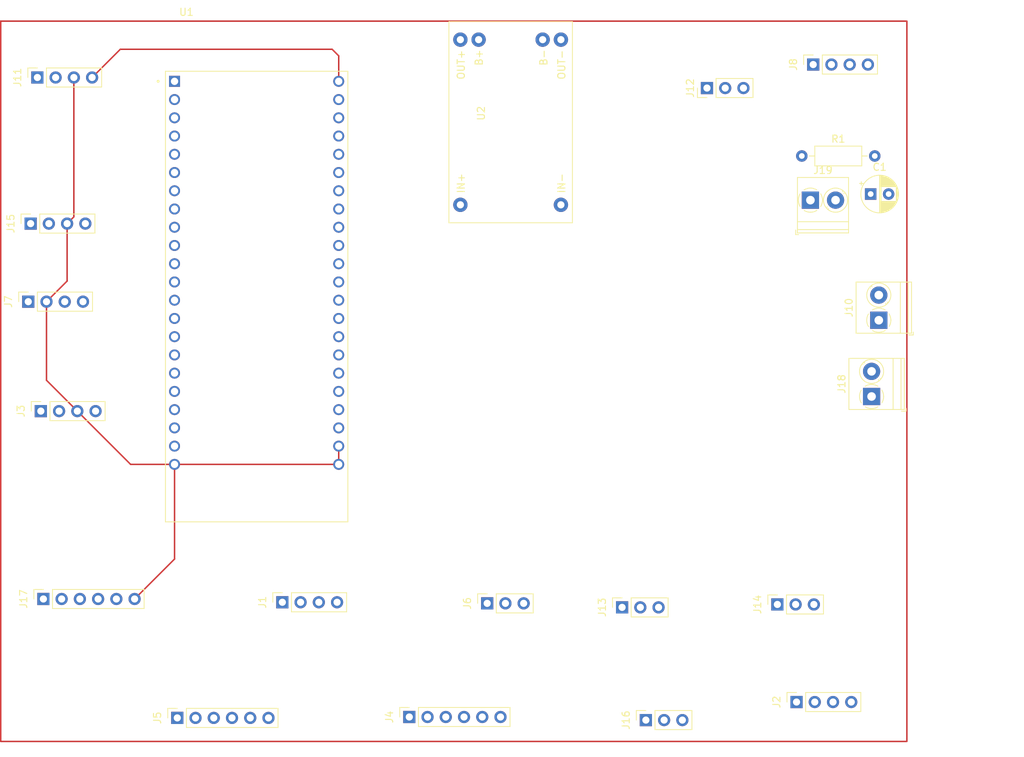
<source format=kicad_pcb>
(kicad_pcb (version 20240108) (generator "pcbnew") (generator_version "8.0")
  (layers (0 "F.Cu" signal) (31 "B.Cu" signal) (34 "B.Paste" user) (35 "F.Paste" user) (36 "B.SilkS" user "B.Silkscreen") (37 "F.SilkS" user "F.Silkscreen") (38 "B.Mask" user) (39 "F.Mask" user) (44 "Edge.Cuts" user))
  (net 0 "")
  (net 27 "+5V")
  (net 28 "GND1")
  (net 29 "SIGNAL2")
  (net 37 "Net-(C1-Pad1)")
  (net 38 "SIGNAL 2")
  (net 39 "Net-(J19-Pad1)")
  (net 40 "SIGNAL 1")
  (net 41 "SDL")
  (net 42 "SCA")
  (net 43 "SIGNAL 10")
  (net 44 "SIGNAL 9")
  (net 45 "SIGNAL 4")
  (net 46 "SIGNAL 3")
  (net 47 "SCL")
  (net 48 "SDA")
  (net 49 "Net-(U2-OUT+)")
  (net 50 "SIGNAL 12")
  (net 51 "SIGNAL 11")
  (net 52 "SIGNAL 6")
  (net 53 "SIGNAL 5")
  (net 54 "SIGNAL 8")
  (net 55 "SIGNAL 7")
  (net 56 "Net-(U2-B+)")
  (net 57 "SIGNAL1")
  (net 58 "+3.3V")
  (footprint "Connector_PinSocket_2.54mm:PinSocket_1x04_P2.54mm_Vertical" (layer "F.Cu") (at 139.2682 118.8974 90)
    (property "Reference" "J2" (at 0 -2.77 90) (layer "F.SilkS"))
    (property "Value" "Voltage booster")
    (fp_line (start 1.33 -1.33) (end 1.33 0) (stroke (width 0.12)) (layer "F.SilkS"))
    (fp_line (start 0 -1.33) (end 1.33 -1.33) (stroke (width 0.12)) (layer "F.SilkS"))
    (fp_line (start 1.33 1.27) (end 1.33 8.95) (stroke (width 0.12)) (layer "F.SilkS"))
    (fp_line (start -1.33 1.27) (end 1.33 1.27) (stroke (width 0.12)) (layer "F.SilkS"))
    (fp_line (start -1.33 1.27) (end -1.33 8.95) (stroke (width 0.12)) (layer "F.SilkS"))
    (fp_line (start -1.33 8.95) (end 1.33 8.95) (stroke (width 0.12)) (layer "F.SilkS"))
    (pad "1" thru_hole rect (at 0 0 90) (size 1.7 1.7) (drill 1) (layers "*.Cu" "*.Mask") (net 28 "GND1"))
    (pad "2" thru_hole oval (at 0 2.54 90) (size 1.7 1.7) (drill 1) (layers "*.Cu" "*.Mask") (net 39 "Net-(J19-Pad1)"))
    (pad "3" thru_hole oval (at 0 5.08 90) (size 1.7 1.7) (drill 1) (layers "*.Cu" "*.Mask") (net 28 "GND1"))
    (pad "4" thru_hole oval (at 0 7.62 90) (size 1.7 1.7) (drill 1) (layers "*.Cu" "*.Mask") (net 27 "+5V"))
  )
  (footprint "Capacitor_THT:CP_Radial_D5.0mm_P2.50mm" (layer "F.Cu") (at 149.590975 48.1578)
    (property "Reference" "C1" (at 1.25 -3.75 0) (layer "F.SilkS"))
    (property "Value" "Capacitor_PO")
    (fp_line (start -1.554775 -1.475) (end -1.054775 -1.475) (stroke (width 0.12)) (layer "F.SilkS"))
    (fp_line (start -1.304775 -1.725) (end -1.304775 -1.225) (stroke (width 0.12)) (layer "F.SilkS"))
    (fp_line (start 1.25 -2.58) (end 1.25 2.58) (stroke (width 0.12)) (layer "F.SilkS"))
    (fp_line (start 1.29 -2.58) (end 1.29 2.58) (stroke (width 0.12)) (layer "F.SilkS"))
    (fp_line (start 1.33 -2.579) (end 1.33 2.579) (stroke (width 0.12)) (layer "F.SilkS"))
    (fp_line (start 1.37 -2.578) (end 1.37 2.578) (stroke (width 0.12)) (layer "F.SilkS"))
    (fp_line (start 1.41 -2.576) (end 1.41 2.576) (stroke (width 0.12)) (layer "F.SilkS"))
    (fp_line (start 1.45 -2.573) (end 1.45 2.573) (stroke (width 0.12)) (layer "F.SilkS"))
    (fp_line (start 1.49 -2.569) (end 1.49 -1.04) (stroke (width 0.12)) (layer "F.SilkS"))
    (fp_line (start 1.49 1.04) (end 1.49 2.569) (stroke (width 0.12)) (layer "F.SilkS"))
    (fp_line (start 1.53 -2.565) (end 1.53 -1.04) (stroke (width 0.12)) (layer "F.SilkS"))
    (fp_line (start 1.53 1.04) (end 1.53 2.565) (stroke (width 0.12)) (layer "F.SilkS"))
    (fp_line (start 1.57 -2.561) (end 1.57 -1.04) (stroke (width 0.12)) (layer "F.SilkS"))
    (fp_line (start 1.57 1.04) (end 1.57 2.561) (stroke (width 0.12)) (layer "F.SilkS"))
    (fp_line (start 1.61 -2.556) (end 1.61 -1.04) (stroke (width 0.12)) (layer "F.SilkS"))
    (fp_line (start 1.61 1.04) (end 1.61 2.556) (stroke (width 0.12)) (layer "F.SilkS"))
    (fp_line (start 1.65 -2.55) (end 1.65 -1.04) (stroke (width 0.12)) (layer "F.SilkS"))
    (fp_line (start 1.65 1.04) (end 1.65 2.55) (stroke (width 0.12)) (layer "F.SilkS"))
    (fp_line (start 1.69 -2.543) (end 1.69 -1.04) (stroke (width 0.12)) (layer "F.SilkS"))
    (fp_line (start 1.69 1.04) (end 1.69 2.543) (stroke (width 0.12)) (layer "F.SilkS"))
    (fp_line (start 1.73 -2.536) (end 1.73 -1.04) (stroke (width 0.12)) (layer "F.SilkS"))
    (fp_line (start 1.73 1.04) (end 1.73 2.536) (stroke (width 0.12)) (layer "F.SilkS"))
    (fp_line (start 1.77 -2.528) (end 1.77 -1.04) (stroke (width 0.12)) (layer "F.SilkS"))
    (fp_line (start 1.77 1.04) (end 1.77 2.528) (stroke (width 0.12)) (layer "F.SilkS"))
    (fp_line (start 1.81 -2.52) (end 1.81 -1.04) (stroke (width 0.12)) (layer "F.SilkS"))
    (fp_line (start 1.81 1.04) (end 1.81 2.52) (stroke (width 0.12)) (layer "F.SilkS"))
    (fp_line (start 1.85 -2.511) (end 1.85 -1.04) (stroke (width 0.12)) (layer "F.SilkS"))
    (fp_line (start 1.85 1.04) (end 1.85 2.511) (stroke (width 0.12)) (layer "F.SilkS"))
    (fp_line (start 1.89 -2.501) (end 1.89 -1.04) (stroke (width 0.12)) (layer "F.SilkS"))
    (fp_line (start 1.89 1.04) (end 1.89 2.501) (stroke (width 0.12)) (layer "F.SilkS"))
    (fp_line (start 1.93 -2.491) (end 1.93 -1.04) (stroke (width 0.12)) (layer "F.SilkS"))
    (fp_line (start 1.93 1.04) (end 1.93 2.491) (stroke (width 0.12)) (layer "F.SilkS"))
    (fp_line (start 1.971 -2.48) (end 1.971 -1.04) (stroke (width 0.12)) (layer "F.SilkS"))
    (fp_line (start 1.971 1.04) (end 1.971 2.48) (stroke (width 0.12)) (layer "F.SilkS"))
    (fp_line (start 2.011 -2.468) (end 2.011 -1.04) (stroke (width 0.12)) (layer "F.SilkS"))
    (fp_line (start 2.011 1.04) (end 2.011 2.468) (stroke (width 0.12)) (layer "F.SilkS"))
    (fp_line (start 2.051 -2.455) (end 2.051 -1.04) (stroke (width 0.12)) (layer "F.SilkS"))
    (fp_line (start 2.051 1.04) (end 2.051 2.455) (stroke (width 0.12)) (layer "F.SilkS"))
    (fp_line (start 2.091 -2.442) (end 2.091 -1.04) (stroke (width 0.12)) (layer "F.SilkS"))
    (fp_line (start 2.091 1.04) (end 2.091 2.442) (stroke (width 0.12)) (layer "F.SilkS"))
    (fp_line (start 2.131 -2.428) (end 2.131 -1.04) (stroke (width 0.12)) (layer "F.SilkS"))
    (fp_line (start 2.131 1.04) (end 2.131 2.428) (stroke (width 0.12)) (layer "F.SilkS"))
    (fp_line (start 2.171 -2.414) (end 2.171 -1.04) (stroke (width 0.12)) (layer "F.SilkS"))
    (fp_line (start 2.171 1.04) (end 2.171 2.414) (stroke (width 0.12)) (layer "F.SilkS"))
    (fp_line (start 2.211 -2.398) (end 2.211 -1.04) (stroke (width 0.12)) (layer "F.SilkS"))
    (fp_line (start 2.211 1.04) (end 2.211 2.398) (stroke (width 0.12)) (layer "F.SilkS"))
    (fp_line (start 2.251 -2.382) (end 2.251 -1.04) (stroke (width 0.12)) (layer "F.SilkS"))
    (fp_line (start 2.251 1.04) (end 2.251 2.382) (stroke (width 0.12)) (layer "F.SilkS"))
    (fp_line (start 2.291 -2.365) (end 2.291 -1.04) (stroke (width 0.12)) (layer "F.SilkS"))
    (fp_line (start 2.291 1.04) (end 2.291 2.365) (stroke (width 0.12)) (layer "F.SilkS"))
    (fp_line (start 2.331 -2.348) (end 2.331 -1.04) (stroke (width 0.12)) (layer "F.SilkS"))
    (fp_line (start 2.331 1.04) (end 2.331 2.348) (stroke (width 0.12)) (layer "F.SilkS"))
    (fp_line (start 2.371 -2.329) (end 2.371 -1.04) (stroke (width 0.12)) (layer "F.SilkS"))
    (fp_line (start 2.371 1.04) (end 2.371 2.329) (stroke (width 0.12)) (layer "F.SilkS"))
    (fp_line (start 2.411 -2.31) (end 2.411 -1.04) (stroke (width 0.12)) (layer "F.SilkS"))
    (fp_line (start 2.411 1.04) (end 2.411 2.31) (stroke (width 0.12)) (layer "F.SilkS"))
    (fp_line (start 2.451 -2.29) (end 2.451 -1.04) (stroke (width 0.12)) (layer "F.SilkS"))
    (fp_line (start 2.451 1.04) (end 2.451 2.29) (stroke (width 0.12)) (layer "F.SilkS"))
    (fp_line (start 2.491 -2.268) (end 2.491 -1.04) (stroke (width 0.12)) (layer "F.SilkS"))
    (fp_line (start 2.491 1.04) (end 2.491 2.268) (stroke (width 0.12)) (layer "F.SilkS"))
    (fp_line (start 2.531 -2.247) (end 2.531 -1.04) (stroke (width 0.12)) (layer "F.SilkS"))
    (fp_line (start 2.531 1.04) (end 2.531 2.247) (stroke (width 0.12)) (layer "F.SilkS"))
    (fp_line (start 2.571 -2.224) (end 2.571 -1.04) (stroke (width 0.12)) (layer "F.SilkS"))
    (fp_line (start 2.571 1.04) (end 2.571 2.224) (stroke (width 0.12)) (layer "F.SilkS"))
    (fp_line (start 2.611 -2.2) (end 2.611 -1.04) (stroke (width 0.12)) (layer "F.SilkS"))
    (fp_line (start 2.611 1.04) (end 2.611 2.2) (stroke (width 0.12)) (layer "F.SilkS"))
    (fp_line (start 2.651 -2.175) (end 2.651 -1.04) (stroke (width 0.12)) (layer "F.SilkS"))
    (fp_line (start 2.651 1.04) (end 2.651 2.175) (stroke (width 0.12)) (layer "F.SilkS"))
    (fp_line (start 2.691 -2.149) (end 2.691 -1.04) (stroke (width 0.12)) (layer "F.SilkS"))
    (fp_line (start 2.691 1.04) (end 2.691 2.149) (stroke (width 0.12)) (layer "F.SilkS"))
    (fp_line (start 2.731 -2.122) (end 2.731 -1.04) (stroke (width 0.12)) (layer "F.SilkS"))
    (fp_line (start 2.731 1.04) (end 2.731 2.122) (stroke (width 0.12)) (layer "F.SilkS"))
    (fp_line (start 2.771 -2.095) (end 2.771 -1.04) (stroke (width 0.12)) (layer "F.SilkS"))
    (fp_line (start 2.771 1.04) (end 2.771 2.095) (stroke (width 0.12)) (layer "F.SilkS"))
    (fp_line (start 2.811 -2.065) (end 2.811 -1.04) (stroke (width 0.12)) (layer "F.SilkS"))
    (fp_line (start 2.811 1.04) (end 2.811 2.065) (stroke (width 0.12)) (layer "F.SilkS"))
    (fp_line (start 2.851 -2.035) (end 2.851 -1.04) (stroke (width 0.12)) (layer "F.SilkS"))
    (fp_line (start 2.851 1.04) (end 2.851 2.035) (stroke (width 0.12)) (layer "F.SilkS"))
    (fp_line (start 2.891 -2.004) (end 2.891 -1.04) (stroke (width 0.12)) (layer "F.SilkS"))
    (fp_line (start 2.891 1.04) (end 2.891 2.004) (stroke (width 0.12)) (layer "F.SilkS"))
    (fp_line (start 2.931 -1.971) (end 2.931 -1.04) (stroke (width 0.12)) (layer "F.SilkS"))
    (fp_line (start 2.931 1.04) (end 2.931 1.971) (stroke (width 0.12)) (layer "F.SilkS"))
    (fp_line (start 2.971 -1.937) (end 2.971 -1.04) (stroke (width 0.12)) (layer "F.SilkS"))
    (fp_line (start 2.971 1.04) (end 2.971 1.937) (stroke (width 0.12)) (layer "F.SilkS"))
    (fp_line (start 3.011 -1.901) (end 3.011 -1.04) (stroke (width 0.12)) (layer "F.SilkS"))
    (fp_line (start 3.011 1.04) (end 3.011 1.901) (stroke (width 0.12)) (layer "F.SilkS"))
    (fp_line (start 3.051 -1.864) (end 3.051 -1.04) (stroke (width 0.12)) (layer "F.SilkS"))
    (fp_line (start 3.051 1.04) (end 3.051 1.864) (stroke (width 0.12)) (layer "F.SilkS"))
    (fp_line (start 3.091 -1.826) (end 3.091 -1.04) (stroke (width 0.12)) (layer "F.SilkS"))
    (fp_line (start 3.091 1.04) (end 3.091 1.826) (stroke (width 0.12)) (layer "F.SilkS"))
    (fp_line (start 3.131 -1.785) (end 3.131 -1.04) (stroke (width 0.12)) (layer "F.SilkS"))
    (fp_line (start 3.131 1.04) (end 3.131 1.785) (stroke (width 0.12)) (layer "F.SilkS"))
    (fp_line (start 3.171 -1.743) (end 3.171 -1.04) (stroke (width 0.12)) (layer "F.SilkS"))
    (fp_line (start 3.171 1.04) (end 3.171 1.743) (stroke (width 0.12)) (layer "F.SilkS"))
    (fp_line (start 3.211 -1.699) (end 3.211 -1.04) (stroke (width 0.12)) (layer "F.SilkS"))
    (fp_line (start 3.211 1.04) (end 3.211 1.699) (stroke (width 0.12)) (layer "F.SilkS"))
    (fp_line (start 3.251 -1.653) (end 3.251 -1.04) (stroke (width 0.12)) (layer "F.SilkS"))
    (fp_line (start 3.251 1.04) (end 3.251 1.653) (stroke (width 0.12)) (layer "F.SilkS"))
    (fp_line (start 3.291 -1.605) (end 3.291 -1.04) (stroke (width 0.12)) (layer "F.SilkS"))
    (fp_line (start 3.291 1.04) (end 3.291 1.605) (stroke (width 0.12)) (layer "F.SilkS"))
    (fp_line (start 3.331 -1.554) (end 3.331 -1.04) (stroke (width 0.12)) (layer "F.SilkS"))
    (fp_line (start 3.331 1.04) (end 3.331 1.554) (stroke (width 0.12)) (layer "F.SilkS"))
    (fp_line (start 3.371 -1.5) (end 3.371 -1.04) (stroke (width 0.12)) (layer "F.SilkS"))
    (fp_line (start 3.371 1.04) (end 3.371 1.5) (stroke (width 0.12)) (layer "F.SilkS"))
    (fp_line (start 3.411 -1.443) (end 3.411 -1.04) (stroke (width 0.12)) (layer "F.SilkS"))
    (fp_line (start 3.411 1.04) (end 3.411 1.443) (stroke (width 0.12)) (layer "F.SilkS"))
    (fp_line (start 3.451 -1.383) (end 3.451 -1.04) (stroke (width 0.12)) (layer "F.SilkS"))
    (fp_line (start 3.451 1.04) (end 3.451 1.383) (stroke (width 0.12)) (layer "F.SilkS"))
    (fp_line (start 3.491 -1.319) (end 3.491 -1.04) (stroke (width 0.12)) (layer "F.SilkS"))
    (fp_line (start 3.491 1.04) (end 3.491 1.319) (stroke (width 0.12)) (layer "F.SilkS"))
    (fp_line (start 3.531 -1.251) (end 3.531 -1.04) (stroke (width 0.12)) (layer "F.SilkS"))
    (fp_line (start 3.531 1.04) (end 3.531 1.251) (stroke (width 0.12)) (layer "F.SilkS"))
    (fp_line (start 3.571 -1.178) (end 3.571 1.178) (stroke (width 0.12)) (layer "F.SilkS"))
    (fp_line (start 3.611 -1.098) (end 3.611 1.098) (stroke (width 0.12)) (layer "F.SilkS"))
    (fp_line (start 3.651 -1.011) (end 3.651 1.011) (stroke (width 0.12)) (layer "F.SilkS"))
    (fp_line (start 3.691 -0.915) (end 3.691 0.915) (stroke (width 0.12)) (layer "F.SilkS"))
    (fp_line (start 3.731 -0.805) (end 3.731 0.805) (stroke (width 0.12)) (layer "F.SilkS"))
    (fp_line (start 3.771 -0.677) (end 3.771 0.677) (stroke (width 0.12)) (layer "F.SilkS"))
    (fp_line (start 3.811 -0.518) (end 3.811 0.518) (stroke (width 0.12)) (layer "F.SilkS"))
    (fp_line (start 3.851 -0.284) (end 3.851 0.284) (stroke (width 0.12)) (layer "F.SilkS"))
    (fp_circle (center 1.25 0) (end 3.87 0) (stroke (width 0.12)) (fill none) (layer "F.SilkS"))
    (pad "1" thru_hole rect (at 0 0) (size 1.6 1.6) (drill 0.8) (layers "*.Cu" "*.Mask") (net 37 "Net-(C1-Pad1)"))
    (pad "2" thru_hole circle (at 2.5 0) (size 1.6 1.6) (drill 0.8) (layers "*.Cu" "*.Mask") (net 28 "GND1"))
  )
  (footprint "tp4016:TP4056-Module" (layer "F.Cu") (at 108.056 52.157 90)
    (property "Reference" "U2" (at 15.24 -12.7 90) (layer "F.SilkS"))
    (property "Value" "TP4056")
    (fp_line (start 28 -17.2) (end 28 0) (stroke (width 0.12)) (layer "F.SilkS"))
    (fp_line (start 0 -17.2) (end 28 -17.2) (stroke (width 0.12)) (layer "F.SilkS"))
    (fp_line (start 0 -17.2) (end 0 0) (stroke (width 0.12)) (layer "F.SilkS"))
    (fp_line (start 0 0) (end 28 0) (stroke (width 0.12)) (layer "F.SilkS"))
    (fp_text user "OUT+" (at 22 -15.5 90) (layer "F.SilkS"))
    (fp_text user "OUT-" (at 22 -1.5 90) (layer "F.SilkS"))
    (fp_text user "B+" (at 23 -13 90) (layer "F.SilkS"))
    (fp_text user "B-" (at 23 -4 90) (layer "F.SilkS"))
    (fp_text user "IN+" (at 5.5 -15.5 90) (layer "F.SilkS"))
    (fp_text user "IN-" (at 5.5 -1.5 90) (layer "F.SilkS"))
    (pad "1" thru_hole circle (at 2.5 -15.6 90) (size 2 2) (drill 1) (layers "*.Cu" "*.Mask") (net 28 "GND1"))
    (pad "2" thru_hole circle (at 2.5 -1.6 90) (size 2 2) (drill 1) (layers "*.Cu" "*.Mask") (net 56 "Net-(U2-B+)"))
    (pad "3" thru_hole circle (at 25.5 -15.6 90) (size 2 2) (drill 1) (layers "*.Cu" "*.Mask"))
    (pad "4" thru_hole circle (at 25.5 -1.6 90) (size 2 2) (drill 1) (layers "*.Cu" "*.Mask"))
    (pad "5" thru_hole circle (at 25.5 -13.06 90) (size 2 2) (drill 1) (layers "*.Cu" "*.Mask") (net 28 "GND1"))
    (pad "6" thru_hole circle (at 25.5 -4.14 90) (size 2 2) (drill 1) (layers "*.Cu" "*.Mask") (net 49 "Net-(U2-OUT+)"))
  )
  (footprint "TerminalBlock_Phoenix:TerminalBlock_Phoenix_PT-1,5-2-3.5-H_1x02_P3.50mm_Horizontal" (layer "F.Cu") (at 149.7188 76.3498 90)
    (property "Reference" "J18" (at 1.75 -4.16 90) (layer "F.SilkS"))
    (property "Value" "BATTERY")
    (fp_line (start 5.31 -3.16) (end 5.31 4.56) (stroke (width 0.12)) (layer "F.SilkS"))
    (fp_line (start -1.81 -3.16) (end 5.31 -3.16) (stroke (width 0.12)) (layer "F.SilkS"))
    (fp_line (start -1.81 -3.16) (end -1.81 4.56) (stroke (width 0.12)) (layer "F.SilkS"))
    (fp_line (start 4.57 -1.275) (end 4.476 -1.181) (stroke (width 0.12)) (layer "F.SilkS"))
    (fp_line (start 4.775 -1.069) (end 4.646 -0.941) (stroke (width 0.12)) (layer "F.SilkS"))
    (fp_line (start 2.355 0.941) (end 2.226 1.069) (stroke (width 0.12)) (layer "F.SilkS"))
    (fp_line (start 2.525 1.181) (end 2.431 1.274) (stroke (width 0.12)) (layer "F.SilkS"))
    (fp_line (start -1.81 3) (end 5.31 3) (stroke (width 0.12)) (layer "F.SilkS"))
    (fp_line (start -1.81 4.1) (end 5.31 4.1) (stroke (width 0.12)) (layer "F.SilkS"))
    (fp_line (start -2.05 4.16) (end -2.05 4.8) (stroke (width 0.12)) (layer "F.SilkS"))
    (fp_line (start -1.81 4.56) (end 5.31 4.56) (stroke (width 0.12)) (layer "F.SilkS"))
    (fp_line (start -2.05 4.8) (end -1.65 4.8) (stroke (width 0.12)) (layer "F.SilkS"))
    (fp_arc (start -0.889894 -1.425358) (mid -0.014012 -1.680286) (end 0.866 -1.44) (stroke (width 0.12)) (layer "F.SilkS"))
    (fp_arc (start 1.425504 -0.890193) (mid 1.680626 0.000476) (end 1.425 0.891) (stroke (width 0.12)) (layer "F.SilkS"))
    (fp_arc (start -1.425358 0.889894) (mid -1.680286 0.014012) (end -1.44 -0.866) (stroke (width 0.12)) (layer "F.SilkS"))
    (fp_arc (start 0.890264 1.424721) (mid 0.463071 1.61492) (end 0 1.68) (stroke (width 0.12)) (layer "F.SilkS"))
    (fp_arc (start 0.028674 1.680099) (mid -0.435535 1.622918) (end -0.866 1.44) (stroke (width 0.12)) (layer "F.SilkS"))
    (fp_circle (center 3.5 0) (end 5.18 0) (stroke (width 0.12)) (fill none) (layer "F.SilkS"))
    (pad "1" thru_hole rect (at 0 0 90) (size 2.4 2.4) (drill 1.2) (layers "*.Cu" "*.Mask") (net 56 "Net-(U2-B+)"))
    (pad "2" thru_hole circle (at 3.5 0 90) (size 2.4 2.4) (drill 1.2) (layers "*.Cu" "*.Mask") (net 28 "GND1"))
  )
  (footprint "Resistor_THT:R_Axial_DIN0207_L6.3mm_D2.5mm_P10.16mm_Horizontal" (layer "F.Cu") (at 140.0012 42.8578)
    (property "Reference" "R1" (at 5.08 -2.37 0) (layer "F.SilkS"))
    (property "Value" "Resistor")
    (fp_line (start 1.04 0) (end 1.81 0) (stroke (width 0.12)) (layer "F.SilkS"))
    (fp_line (start 1.81 -1.37) (end 1.81 1.37) (stroke (width 0.12)) (layer "F.SilkS"))
    (fp_line (start 1.81 1.37) (end 8.35 1.37) (stroke (width 0.12)) (layer "F.SilkS"))
    (fp_line (start 8.35 -1.37) (end 1.81 -1.37) (stroke (width 0.12)) (layer "F.SilkS"))
    (fp_line (start 8.35 1.37) (end 8.35 -1.37) (stroke (width 0.12)) (layer "F.SilkS"))
    (fp_line (start 9.12 0) (end 8.35 0) (stroke (width 0.12)) (layer "F.SilkS"))
    (pad "1" thru_hole circle (at 0 0) (size 1.6 1.6) (drill 0.8) (layers "*.Cu" "*.Mask") (net 37 "Net-(C1-Pad1)"))
    (pad "2" thru_hole oval (at 10.16 0) (size 1.6 1.6) (drill 0.8) (layers "*.Cu" "*.Mask") (net 27 "+5V"))
  )
  (footprint "Connector_PinSocket_2.54mm:PinSocket_1x06_P2.54mm_Vertical" (layer "F.Cu") (at 34.3916 104.5464 90)
    (property "Reference" "J17" (at 0 -2.77 90) (layer "F.SilkS"))
    (property "Value" "RTC Module")
    (fp_line (start 1.33 -1.33) (end 1.33 0) (stroke (width 0.12)) (layer "F.SilkS"))
    (fp_line (start 0 -1.33) (end 1.33 -1.33) (stroke (width 0.12)) (layer "F.SilkS"))
    (fp_line (start 1.33 1.27) (end 1.33 14.03) (stroke (width 0.12)) (layer "F.SilkS"))
    (fp_line (start -1.33 1.27) (end 1.33 1.27) (stroke (width 0.12)) (layer "F.SilkS"))
    (fp_line (start -1.33 1.27) (end -1.33 14.03) (stroke (width 0.12)) (layer "F.SilkS"))
    (fp_line (start -1.33 14.03) (end 1.33 14.03) (stroke (width 0.12)) (layer "F.SilkS"))
    (pad "1" thru_hole rect (at 0 0 90) (size 1.7 1.7) (drill 1) (layers "*.Cu" "*.Mask"))
    (pad "2" thru_hole oval (at 0 2.54 90) (size 1.7 1.7) (drill 1) (layers "*.Cu" "*.Mask"))
    (pad "3" thru_hole oval (at 0 5.08 90) (size 1.7 1.7) (drill 1) (layers "*.Cu" "*.Mask") (net 47 "SCL"))
    (pad "4" thru_hole oval (at 0 7.62 90) (size 1.7 1.7) (drill 1) (layers "*.Cu" "*.Mask") (net 48 "SDA"))
    (pad "5" thru_hole oval (at 0 10.16 90) (size 1.7 1.7) (drill 1) (layers "*.Cu" "*.Mask") (net 27 "+5V"))
    (pad "6" thru_hole oval (at 0 12.7 90) (size 1.7 1.7) (drill 1) (layers "*.Cu" "*.Mask") (net 28 "GND1"))
  )
  (footprint "Connector_PinSocket_2.54mm:PinSocket_1x04_P2.54mm_Vertical" (layer "F.Cu") (at 141.5896 30.1248 90)
    (property "Reference" "J8" (at 0 -2.77 90) (layer "F.SilkS"))
    (property "Value" "Oled  Display")
    (fp_line (start 1.33 -1.33) (end 1.33 0) (stroke (width 0.12)) (layer "F.SilkS"))
    (fp_line (start 0 -1.33) (end 1.33 -1.33) (stroke (width 0.12)) (layer "F.SilkS"))
    (fp_line (start 1.33 1.27) (end 1.33 8.95) (stroke (width 0.12)) (layer "F.SilkS"))
    (fp_line (start -1.33 1.27) (end 1.33 1.27) (stroke (width 0.12)) (layer "F.SilkS"))
    (fp_line (start -1.33 1.27) (end -1.33 8.95) (stroke (width 0.12)) (layer "F.SilkS"))
    (fp_line (start -1.33 8.95) (end 1.33 8.95) (stroke (width 0.12)) (layer "F.SilkS"))
    (pad "1" thru_hole rect (at 0 0 90) (size 1.7 1.7) (drill 1) (layers "*.Cu" "*.Mask") (net 47 "SCL"))
    (pad "2" thru_hole oval (at 0 2.54 90) (size 1.7 1.7) (drill 1) (layers "*.Cu" "*.Mask") (net 48 "SDA"))
    (pad "3" thru_hole oval (at 0 5.08 90) (size 1.7 1.7) (drill 1) (layers "*.Cu" "*.Mask") (net 28 "GND1"))
    (pad "4" thru_hole oval (at 0 7.62 90) (size 1.7 1.7) (drill 1) (layers "*.Cu" "*.Mask") (net 58 "+3.3V"))
  )
  (footprint "Connector_PinSocket_2.54mm:PinSocket_1x06_P2.54mm_Vertical" (layer "F.Cu") (at 53.0356 121.1068 90)
    (property "Reference" "J5" (at 0 -2.77 90) (layer "F.SilkS"))
    (property "Value" "Dust sensor")
    (fp_line (start 1.33 -1.33) (end 1.33 0) (stroke (width 0.12)) (layer "F.SilkS"))
    (fp_line (start 0 -1.33) (end 1.33 -1.33) (stroke (width 0.12)) (layer "F.SilkS"))
    (fp_line (start 1.33 1.27) (end 1.33 14.03) (stroke (width 0.12)) (layer "F.SilkS"))
    (fp_line (start -1.33 1.27) (end 1.33 1.27) (stroke (width 0.12)) (layer "F.SilkS"))
    (fp_line (start -1.33 1.27) (end -1.33 14.03) (stroke (width 0.12)) (layer "F.SilkS"))
    (fp_line (start -1.33 14.03) (end 1.33 14.03) (stroke (width 0.12)) (layer "F.SilkS"))
    (pad "1" thru_hole rect (at 0 0 90) (size 1.7 1.7) (drill 1) (layers "*.Cu" "*.Mask") (net 37 "Net-(C1-Pad1)"))
    (pad "2" thru_hole oval (at 0 2.54 90) (size 1.7 1.7) (drill 1) (layers "*.Cu" "*.Mask") (net 28 "GND1"))
    (pad "3" thru_hole oval (at 0 5.08 90) (size 1.7 1.7) (drill 1) (layers "*.Cu" "*.Mask") (net 44 "SIGNAL 9"))
    (pad "4" thru_hole oval (at 0 7.62 90) (size 1.7 1.7) (drill 1) (layers "*.Cu" "*.Mask") (net 28 "GND1"))
    (pad "5" thru_hole oval (at 0 10.16 90) (size 1.7 1.7) (drill 1) (layers "*.Cu" "*.Mask") (net 43 "SIGNAL 10"))
    (pad "6" thru_hole oval (at 0 12.7 90) (size 1.7 1.7) (drill 1) (layers "*.Cu" "*.Mask") (net 37 "Net-(C1-Pad1)"))
  )
  (footprint "Connector_PinSocket_2.54mm:PinSocket_1x04_P2.54mm_Vertical" (layer "F.Cu") (at 32.6136 52.2732 90)
    (property "Reference" "J15" (at 0 -2.77 90) (layer "F.SilkS"))
    (property "Value" "Rain sensor")
    (fp_line (start 1.33 -1.33) (end 1.33 0) (stroke (width 0.12)) (layer "F.SilkS"))
    (fp_line (start 0 -1.33) (end 1.33 -1.33) (stroke (width 0.12)) (layer "F.SilkS"))
    (fp_line (start 1.33 1.27) (end 1.33 8.95) (stroke (width 0.12)) (layer "F.SilkS"))
    (fp_line (start -1.33 1.27) (end 1.33 1.27) (stroke (width 0.12)) (layer "F.SilkS"))
    (fp_line (start -1.33 1.27) (end -1.33 8.95) (stroke (width 0.12)) (layer "F.SilkS"))
    (fp_line (start -1.33 8.95) (end 1.33 8.95) (stroke (width 0.12)) (layer "F.SilkS"))
    (pad "1" thru_hole rect (at 0 0 90) (size 1.7 1.7) (drill 1) (layers "*.Cu" "*.Mask"))
    (pad "2" thru_hole oval (at 0 2.54 90) (size 1.7 1.7) (drill 1) (layers "*.Cu" "*.Mask") (net 55 "SIGNAL 7"))
    (pad "3" thru_hole oval (at 0 5.08 90) (size 1.7 1.7) (drill 1) (layers "*.Cu" "*.Mask") (net 28 "GND1"))
    (pad "4" thru_hole oval (at 0 7.62 90) (size 1.7 1.7) (drill 1) (layers "*.Cu" "*.Mask") (net 27 "+5V"))
  )
  (footprint "Connector_PinSocket_2.54mm:PinSocket_1x03_P2.54mm_Vertical" (layer "F.Cu") (at 136.6016 105.308 90)
    (property "Reference" "J14" (at 0 -2.77 90) (layer "F.SilkS"))
    (property "Value" "SOIL")
    (fp_line (start 1.33 -1.33) (end 1.33 0) (stroke (width 0.12)) (layer "F.SilkS"))
    (fp_line (start 0 -1.33) (end 1.33 -1.33) (stroke (width 0.12)) (layer "F.SilkS"))
    (fp_line (start 1.33 1.27) (end 1.33 6.41) (stroke (width 0.12)) (layer "F.SilkS"))
    (fp_line (start -1.33 1.27) (end 1.33 1.27) (stroke (width 0.12)) (layer "F.SilkS"))
    (fp_line (start -1.33 1.27) (end -1.33 6.41) (stroke (width 0.12)) (layer "F.SilkS"))
    (fp_line (start -1.33 6.41) (end 1.33 6.41) (stroke (width 0.12)) (layer "F.SilkS"))
    (pad "1" thru_hole rect (at 0 0 90) (size 1.7 1.7) (drill 1) (layers "*.Cu" "*.Mask") (net 54 "SIGNAL 8"))
    (pad "2" thru_hole oval (at 0 2.54 90) (size 1.7 1.7) (drill 1) (layers "*.Cu" "*.Mask") (net 28 "GND1"))
    (pad "3" thru_hole oval (at 0 5.08 90) (size 1.7 1.7) (drill 1) (layers "*.Cu" "*.Mask") (net 27 "+5V"))
  )
  (footprint "Connector_PinSocket_2.54mm:PinSocket_1x04_P2.54mm_Vertical" (layer "F.Cu") (at 32.2834 63.1444 90)
    (property "Reference" "J7" (at 0 -2.77 90) (layer "F.SilkS"))
    (property "Value" "Hall effect")
    (fp_line (start 1.33 -1.33) (end 1.33 0) (stroke (width 0.12)) (layer "F.SilkS"))
    (fp_line (start 0 -1.33) (end 1.33 -1.33) (stroke (width 0.12)) (layer "F.SilkS"))
    (fp_line (start 1.33 1.27) (end 1.33 8.95) (stroke (width 0.12)) (layer "F.SilkS"))
    (fp_line (start -1.33 1.27) (end 1.33 1.27) (stroke (width 0.12)) (layer "F.SilkS"))
    (fp_line (start -1.33 1.27) (end -1.33 8.95) (stroke (width 0.12)) (layer "F.SilkS"))
    (fp_line (start -1.33 8.95) (end 1.33 8.95) (stroke (width 0.12)) (layer "F.SilkS"))
    (pad "1" thru_hole rect (at 0 0 90) (size 1.7 1.7) (drill 1) (layers "*.Cu" "*.Mask") (net 46 "SIGNAL 3"))
    (pad "2" thru_hole oval (at 0 2.54 90) (size 1.7 1.7) (drill 1) (layers "*.Cu" "*.Mask") (net 28 "GND1"))
    (pad "3" thru_hole oval (at 0 5.08 90) (size 1.7 1.7) (drill 1) (layers "*.Cu" "*.Mask") (net 27 "+5V"))
    (pad "4" thru_hole oval (at 0 7.62 90) (size 1.7 1.7) (drill 1) (layers "*.Cu" "*.Mask"))
  )
  (footprint "Connector_PinSocket_2.54mm:PinSocket_1x03_P2.54mm_Vertical" (layer "F.Cu") (at 96.1902 105.1556 90)
    (property "Reference" "J6" (at 0 -2.77 90) (layer "F.SilkS"))
    (property "Value" "iR Flame Sensor")
    (fp_line (start 1.33 -1.33) (end 1.33 0) (stroke (width 0.12)) (layer "F.SilkS"))
    (fp_line (start 0 -1.33) (end 1.33 -1.33) (stroke (width 0.12)) (layer "F.SilkS"))
    (fp_line (start 1.33 1.27) (end 1.33 6.41) (stroke (width 0.12)) (layer "F.SilkS"))
    (fp_line (start -1.33 1.27) (end 1.33 1.27) (stroke (width 0.12)) (layer "F.SilkS"))
    (fp_line (start -1.33 1.27) (end -1.33 6.41) (stroke (width 0.12)) (layer "F.SilkS"))
    (fp_line (start -1.33 6.41) (end 1.33 6.41) (stroke (width 0.12)) (layer "F.SilkS"))
    (pad "1" thru_hole rect (at 0 0 90) (size 1.7 1.7) (drill 1) (layers "*.Cu" "*.Mask") (net 45 "SIGNAL 4"))
    (pad "2" thru_hole oval (at 0 2.54 90) (size 1.7 1.7) (drill 1) (layers "*.Cu" "*.Mask") (net 28 "GND1"))
    (pad "3" thru_hole oval (at 0 5.08 90) (size 1.7 1.7) (drill 1) (layers "*.Cu" "*.Mask") (net 27 "+5V"))
  )
  (footprint "Connector_PinSocket_2.54mm:PinSocket_1x04_P2.54mm_Vertical" (layer "F.Cu") (at 33.5534 31.9278 90)
    (property "Reference" "J11" (at 0 -2.77 90) (layer "F.SilkS"))
    (property "Value" "VOLT AND CURRENT SENSOR")
    (fp_line (start 1.33 -1.33) (end 1.33 0) (stroke (width 0.12)) (layer "F.SilkS"))
    (fp_line (start 0 -1.33) (end 1.33 -1.33) (stroke (width 0.12)) (layer "F.SilkS"))
    (fp_line (start 1.33 1.27) (end 1.33 8.95) (stroke (width 0.12)) (layer "F.SilkS"))
    (fp_line (start -1.33 1.27) (end 1.33 1.27) (stroke (width 0.12)) (layer "F.SilkS"))
    (fp_line (start -1.33 1.27) (end -1.33 8.95) (stroke (width 0.12)) (layer "F.SilkS"))
    (fp_line (start -1.33 8.95) (end 1.33 8.95) (stroke (width 0.12)) (layer "F.SilkS"))
    (pad "1" thru_hole rect (at 0 0 90) (size 1.7 1.7) (drill 1) (layers "*.Cu" "*.Mask") (net 50 "SIGNAL 12"))
    (pad "2" thru_hole oval (at 0 2.54 90) (size 1.7 1.7) (drill 1) (layers "*.Cu" "*.Mask") (net 51 "SIGNAL 11"))
    (pad "3" thru_hole oval (at 0 5.08 90) (size 1.7 1.7) (drill 1) (layers "*.Cu" "*.Mask") (net 28 "GND1"))
    (pad "4" thru_hole oval (at 0 7.62 90) (size 1.7 1.7) (drill 1) (layers "*.Cu" "*.Mask") (net 28 "GND1"))
  )
  (footprint "Connector_PinSocket_2.54mm:PinSocket_1x06_P2.54mm_Vertical" (layer "F.Cu") (at 85.3444 120.9798 90)
    (property "Reference" "J4" (at 0 -2.77 90) (layer "F.SilkS"))
    (property "Value" "BME280")
    (fp_line (start 1.33 -1.33) (end 1.33 0) (stroke (width 0.12)) (layer "F.SilkS"))
    (fp_line (start 0 -1.33) (end 1.33 -1.33) (stroke (width 0.12)) (layer "F.SilkS"))
    (fp_line (start 1.33 1.27) (end 1.33 14.03) (stroke (width 0.12)) (layer "F.SilkS"))
    (fp_line (start -1.33 1.27) (end 1.33 1.27) (stroke (width 0.12)) (layer "F.SilkS"))
    (fp_line (start -1.33 1.27) (end -1.33 14.03) (stroke (width 0.12)) (layer "F.SilkS"))
    (fp_line (start -1.33 14.03) (end 1.33 14.03) (stroke (width 0.12)) (layer "F.SilkS"))
    (pad "1" thru_hole rect (at 0 0 90) (size 1.7 1.7) (drill 1) (layers "*.Cu" "*.Mask"))
    (pad "2" thru_hole oval (at 0 2.54 90) (size 1.7 1.7) (drill 1) (layers "*.Cu" "*.Mask"))
    (pad "3" thru_hole oval (at 0 5.08 90) (size 1.7 1.7) (drill 1) (layers "*.Cu" "*.Mask") (net 41 "SDL"))
    (pad "4" thru_hole oval (at 0 7.62 90) (size 1.7 1.7) (drill 1) (layers "*.Cu" "*.Mask") (net 42 "SCA"))
    (pad "5" thru_hole oval (at 0 10.16 90) (size 1.7 1.7) (drill 1) (layers "*.Cu" "*.Mask") (net 28 "GND1"))
    (pad "6" thru_hole oval (at 0 12.7 90) (size 1.7 1.7) (drill 1) (layers "*.Cu" "*.Mask") (net 27 "+5V"))
  )
  (footprint "TerminalBlock_Phoenix:TerminalBlock_Phoenix_PT-1,5-2-3.5-H_1x02_P3.50mm_Horizontal" (layer "F.Cu") (at 150.7236 65.73 90)
    (property "Reference" "J10" (at 1.75 -4.16 90) (layer "F.SilkS"))
    (property "Value" "BATTERY")
    (fp_line (start 5.31 -3.16) (end 5.31 4.56) (stroke (width 0.12)) (layer "F.SilkS"))
    (fp_line (start -1.81 -3.16) (end 5.31 -3.16) (stroke (width 0.12)) (layer "F.SilkS"))
    (fp_line (start -1.81 -3.16) (end -1.81 4.56) (stroke (width 0.12)) (layer "F.SilkS"))
    (fp_line (start 4.57 -1.275) (end 4.476 -1.181) (stroke (width 0.12)) (layer "F.SilkS"))
    (fp_line (start 4.775 -1.069) (end 4.646 -0.941) (stroke (width 0.12)) (layer "F.SilkS"))
    (fp_line (start 2.355 0.941) (end 2.226 1.069) (stroke (width 0.12)) (layer "F.SilkS"))
    (fp_line (start 2.525 1.181) (end 2.431 1.274) (stroke (width 0.12)) (layer "F.SilkS"))
    (fp_line (start -1.81 3) (end 5.31 3) (stroke (width 0.12)) (layer "F.SilkS"))
    (fp_line (start -1.81 4.1) (end 5.31 4.1) (stroke (width 0.12)) (layer "F.SilkS"))
    (fp_line (start -2.05 4.16) (end -2.05 4.8) (stroke (width 0.12)) (layer "F.SilkS"))
    (fp_line (start -1.81 4.56) (end 5.31 4.56) (stroke (width 0.12)) (layer "F.SilkS"))
    (fp_line (start -2.05 4.8) (end -1.65 4.8) (stroke (width 0.12)) (layer "F.SilkS"))
    (fp_arc (start -0.889894 -1.425358) (mid -0.014012 -1.680286) (end 0.866 -1.44) (stroke (width 0.12)) (layer "F.SilkS"))
    (fp_arc (start 1.425504 -0.890193) (mid 1.680626 0.000476) (end 1.425 0.891) (stroke (width 0.12)) (layer "F.SilkS"))
    (fp_arc (start -1.425358 0.889894) (mid -1.680286 0.014012) (end -1.44 -0.866) (stroke (width 0.12)) (layer "F.SilkS"))
    (fp_arc (start 0.890264 1.424721) (mid 0.463071 1.61492) (end 0 1.68) (stroke (width 0.12)) (layer "F.SilkS"))
    (fp_arc (start 0.028674 1.680099) (mid -0.435535 1.622918) (end -0.866 1.44) (stroke (width 0.12)) (layer "F.SilkS"))
    (fp_circle (center 3.5 0) (end 5.18 0) (stroke (width 0.12)) (fill none) (layer "F.SilkS"))
    (pad "1" thru_hole rect (at 0 0 90) (size 2.4 2.4) (drill 1.2) (layers "*.Cu" "*.Mask") (net 49 "Net-(U2-OUT+)"))
    (pad "2" thru_hole circle (at 3.5 0 90) (size 2.4 2.4) (drill 1.2) (layers "*.Cu" "*.Mask") (net 28 "GND1"))
  )
  (footprint "TerminalBlock_Phoenix:TerminalBlock_Phoenix_PT-1,5-2-3.5-H_1x02_P3.50mm_Horizontal" (layer "F.Cu") (at 141.2012 49.0078)
    (property "Reference" "J19" (at 1.75 -4.16 0) (layer "F.SilkS"))
    (property "Value" "INPUT")
    (fp_line (start -2.05 4.16) (end -2.05 4.8) (stroke (width 0.12)) (layer "F.SilkS"))
    (fp_line (start -2.05 4.8) (end -1.65 4.8) (stroke (width 0.12)) (layer "F.SilkS"))
    (fp_line (start -1.81 -3.16) (end -1.81 4.56) (stroke (width 0.12)) (layer "F.SilkS"))
    (fp_line (start -1.81 -3.16) (end 5.31 -3.16) (stroke (width 0.12)) (layer "F.SilkS"))
    (fp_line (start -1.81 3) (end 5.31 3) (stroke (width 0.12)) (layer "F.SilkS"))
    (fp_line (start -1.81 4.1) (end 5.31 4.1) (stroke (width 0.12)) (layer "F.SilkS"))
    (fp_line (start -1.81 4.56) (end 5.31 4.56) (stroke (width 0.12)) (layer "F.SilkS"))
    (fp_line (start 2.355 0.941) (end 2.226 1.069) (stroke (width 0.12)) (layer "F.SilkS"))
    (fp_line (start 2.525 1.181) (end 2.431 1.274) (stroke (width 0.12)) (layer "F.SilkS"))
    (fp_line (start 4.57 -1.275) (end 4.476 -1.181) (stroke (width 0.12)) (layer "F.SilkS"))
    (fp_line (start 4.775 -1.069) (end 4.646 -0.941) (stroke (width 0.12)) (layer "F.SilkS"))
    (fp_line (start 5.31 -3.16) (end 5.31 4.56) (stroke (width 0.12)) (layer "F.SilkS"))
    (fp_arc (start -1.425358 0.889894) (mid -1.680286 0.014012) (end -1.44 -0.866) (stroke (width 0.12)) (layer "F.SilkS"))
    (fp_arc (start -0.889894 -1.425358) (mid -0.014012 -1.680286) (end 0.866 -1.44) (stroke (width 0.12)) (layer "F.SilkS"))
    (fp_arc (start 0.028674 1.680099) (mid -0.435535 1.622918) (end -0.866 1.44) (stroke (width 0.12)) (layer "F.SilkS"))
    (fp_arc (start 0.890264 1.424721) (mid 0.463071 1.61492) (end 0 1.68) (stroke (width 0.12)) (layer "F.SilkS"))
    (fp_arc (start 1.425504 -0.890193) (mid 1.680626 0.000476) (end 1.425 0.891) (stroke (width 0.12)) (layer "F.SilkS"))
    (fp_circle (center 3.5 0) (end 5.18 0) (stroke (width 0.12)) (fill none) (layer "F.SilkS"))
    (pad "1" thru_hole rect (at 0 0) (size 2.4 2.4) (drill 1.2) (layers "*.Cu" "*.Mask") (net 39 "Net-(J19-Pad1)"))
    (pad "2" thru_hole circle (at 3.5 0) (size 2.4 2.4) (drill 1.2) (layers "*.Cu" "*.Mask") (net 28 "GND1"))
  )
  (footprint "Connector_PinSocket_2.54mm:PinSocket_1x03_P2.54mm_Vertical" (layer "F.Cu") (at 114.9758 105.7148 90)
    (property "Reference" "J13" (at 0 -2.77 90) (layer "F.SilkS"))
    (property "Value" "DHT 11")
    (fp_line (start 1.33 -1.33) (end 1.33 0) (stroke (width 0.12)) (layer "F.SilkS"))
    (fp_line (start 0 -1.33) (end 1.33 -1.33) (stroke (width 0.12)) (layer "F.SilkS"))
    (fp_line (start 1.33 1.27) (end 1.33 6.41) (stroke (width 0.12)) (layer "F.SilkS"))
    (fp_line (start -1.33 1.27) (end 1.33 1.27) (stroke (width 0.12)) (layer "F.SilkS"))
    (fp_line (start -1.33 1.27) (end -1.33 6.41) (stroke (width 0.12)) (layer "F.SilkS"))
    (fp_line (start -1.33 6.41) (end 1.33 6.41) (stroke (width 0.12)) (layer "F.SilkS"))
    (pad "1" thru_hole rect (at 0 0 90) (size 1.7 1.7) (drill 1) (layers "*.Cu" "*.Mask") (net 53 "SIGNAL 5"))
    (pad "2" thru_hole oval (at 0 2.54 90) (size 1.7 1.7) (drill 1) (layers "*.Cu" "*.Mask") (net 28 "GND1"))
    (pad "3" thru_hole oval (at 0 5.08 90) (size 1.7 1.7) (drill 1) (layers "*.Cu" "*.Mask") (net 27 "+5V"))
  )
  (footprint "Connector_PinHeader_2.54mm:PinHeader_1x03_P2.54mm_Vertical" (layer "F.Cu") (at 126.7968 33.3984 90)
    (property "Reference" "J12" (at 0 -2.33 90) (layer "F.SilkS"))
    (property "Value" "WATER FLOW SENSOR")
    (fp_line (start -1.33 -1.33) (end 0 -1.33) (stroke (width 0.12)) (layer "F.SilkS"))
    (fp_line (start -1.33 0) (end -1.33 -1.33) (stroke (width 0.12)) (layer "F.SilkS"))
    (fp_line (start 1.33 1.27) (end 1.33 6.41) (stroke (width 0.12)) (layer "F.SilkS"))
    (fp_line (start -1.33 1.27) (end 1.33 1.27) (stroke (width 0.12)) (layer "F.SilkS"))
    (fp_line (start -1.33 1.27) (end -1.33 6.41) (stroke (width 0.12)) (layer "F.SilkS"))
    (fp_line (start -1.33 6.41) (end 1.33 6.41) (stroke (width 0.12)) (layer "F.SilkS"))
    (pad "1" thru_hole rect (at 0 0 90) (size 1.7 1.7) (drill 1) (layers "*.Cu" "*.Mask") (net 28 "GND1"))
    (pad "2" thru_hole oval (at 0 2.54 90) (size 1.7 1.7) (drill 1) (layers "*.Cu" "*.Mask") (net 52 "SIGNAL 6"))
    (pad "3" thru_hole oval (at 0 5.08 90) (size 1.7 1.7) (drill 1) (layers "*.Cu" "*.Mask") (net 27 "+5V"))
  )
  (footprint "Connector_PinSocket_2.54mm:PinSocket_1x03_P2.54mm_Vertical" (layer "F.Cu") (at 118.2882 121.4116 90)
    (property "Reference" "J16" (at 0 -2.77 90) (layer "F.SilkS"))
    (property "Value" "Relay Module")
    (fp_line (start 1.33 -1.33) (end 1.33 0) (stroke (width 0.12)) (layer "F.SilkS"))
    (fp_line (start 0 -1.33) (end 1.33 -1.33) (stroke (width 0.12)) (layer "F.SilkS"))
    (fp_line (start 1.33 1.27) (end 1.33 6.41) (stroke (width 0.12)) (layer "F.SilkS"))
    (fp_line (start -1.33 1.27) (end 1.33 1.27) (stroke (width 0.12)) (layer "F.SilkS"))
    (fp_line (start -1.33 1.27) (end -1.33 6.41) (stroke (width 0.12)) (layer "F.SilkS"))
    (fp_line (start -1.33 6.41) (end 1.33 6.41) (stroke (width 0.12)) (layer "F.SilkS"))
    (pad "1" thru_hole rect (at 0 0 90) (size 1.7 1.7) (drill 1) (layers "*.Cu" "*.Mask") (net 27 "+5V"))
    (pad "2" thru_hole oval (at 0 2.54 90) (size 1.7 1.7) (drill 1) (layers "*.Cu" "*.Mask") (net 50 "SIGNAL 12"))
    (pad "3" thru_hole oval (at 0 5.08 90) (size 1.7 1.7) (drill 1) (layers "*.Cu" "*.Mask") (net 28 "GND1"))
  )
  (footprint "Connector_PinSocket_2.54mm:PinSocket_1x04_P2.54mm_Vertical" (layer "F.Cu") (at 34.036 78.3844 90)
    (property "Reference" "J3" (at 0 -2.77 90) (layer "F.SilkS"))
    (property "Value" "Sound sensor")
    (fp_line (start 1.33 -1.33) (end 1.33 0) (stroke (width 0.12)) (layer "F.SilkS"))
    (fp_line (start 0 -1.33) (end 1.33 -1.33) (stroke (width 0.12)) (layer "F.SilkS"))
    (fp_line (start 1.33 1.27) (end 1.33 8.95) (stroke (width 0.12)) (layer "F.SilkS"))
    (fp_line (start -1.33 1.27) (end 1.33 1.27) (stroke (width 0.12)) (layer "F.SilkS"))
    (fp_line (start -1.33 1.27) (end -1.33 8.95) (stroke (width 0.12)) (layer "F.SilkS"))
    (fp_line (start -1.33 8.95) (end 1.33 8.95) (stroke (width 0.12)) (layer "F.SilkS"))
    (pad "1" thru_hole rect (at 0 0 90) (size 1.7 1.7) (drill 1) (layers "*.Cu" "*.Mask"))
    (pad "2" thru_hole oval (at 0 2.54 90) (size 1.7 1.7) (drill 1) (layers "*.Cu" "*.Mask") (net 27 "+5V"))
    (pad "3" thru_hole oval (at 0 5.08 90) (size 1.7 1.7) (drill 1) (layers "*.Cu" "*.Mask") (net 28 "GND1"))
    (pad "4" thru_hole oval (at 0 7.62 90) (size 1.7 1.7) (drill 1) (layers "*.Cu" "*.Mask") (net 40 "SIGNAL 1"))
  )
  (footprint "Connector_PinSocket_2.54mm:PinSocket_1x04_P2.54mm_Vertical" (layer "F.Cu") (at 67.666 105.0032 90)
    (property "Reference" "J1" (at 0 -2.77 90) (layer "F.SilkS"))
    (property "Value" "MQ2 gas sensor")
    (fp_line (start 1.33 -1.33) (end 1.33 0) (stroke (width 0.12)) (layer "F.SilkS"))
    (fp_line (start 0 -1.33) (end 1.33 -1.33) (stroke (width 0.12)) (layer "F.SilkS"))
    (fp_line (start 1.33 1.27) (end 1.33 8.95) (stroke (width 0.12)) (layer "F.SilkS"))
    (fp_line (start -1.33 1.27) (end 1.33 1.27) (stroke (width 0.12)) (layer "F.SilkS"))
    (fp_line (start -1.33 1.27) (end -1.33 8.95) (stroke (width 0.12)) (layer "F.SilkS"))
    (fp_line (start -1.33 8.95) (end 1.33 8.95) (stroke (width 0.12)) (layer "F.SilkS"))
    (pad "1" thru_hole rect (at 0 0 90) (size 1.7 1.7) (drill 1) (layers "*.Cu" "*.Mask"))
    (pad "2" thru_hole oval (at 0 2.54 90) (size 1.7 1.7) (drill 1) (layers "*.Cu" "*.Mask") (net 38 "SIGNAL 2"))
    (pad "3" thru_hole oval (at 0 5.08 90) (size 1.7 1.7) (drill 1) (layers "*.Cu" "*.Mask") (net 28 "GND1"))
    (pad "4" thru_hole oval (at 0 7.62 90) (size 1.7 1.7) (drill 1) (layers "*.Cu" "*.Mask") (net 27 "+5V"))
  )
  (footprint "esp s3:XCVR_ESP32-S3-DEVKITC-1-N8R2" (layer "F.Cu") (at 64.0842 62.4312)
    (property "Reference" "U1" (at -9.775 -39.605 0) (layer "F.SilkS"))
    (property "Value" "ESP32-S3-DEVKITC-1-N8R2")
    (fp_line (start -12.7 -31.37) (end 12.7 -31.37) (stroke (width 0.127)) (layer "F.SilkS"))
    (fp_line (start -12.7 31.37) (end -12.7 -31.37) (stroke (width 0.127)) (layer "F.SilkS"))
    (fp_line (start 12.7 -31.37) (end 12.7 31.37) (stroke (width 0.127)) (layer "F.SilkS"))
    (fp_line (start 12.7 31.37) (end -12.7 31.37) (stroke (width 0.127)) (layer "F.SilkS"))
    (fp_circle (center -13.716 -29.972) (end -13.616 -29.972) (stroke (width 0.2)) (fill none) (layer "F.SilkS"))
    (pad "J1_1" thru_hole rect (at -11.43 -29.97) (size 1.53 1.53) (drill 1.02) (layers "*.Cu" "*.Mask") (net 58 "+3.3V"))
    (pad "J1_2" thru_hole circle (at -11.43 -27.43) (size 1.53 1.53) (drill 1.02) (layers "*.Cu" "*.Mask") (net 58 "+3.3V"))
    (pad "J1_3" thru_hole circle (at -11.43 -24.89) (size 1.53 1.53) (drill 1.02) (layers "*.Cu" "*.Mask"))
    (pad "J1_4" thru_hole circle (at -11.43 -22.35) (size 1.53 1.53) (drill 1.02) (layers "*.Cu" "*.Mask") (net 53 "SIGNAL 5"))
    (pad "J1_5" thru_hole circle (at -11.43 -19.81) (size 1.53 1.53) (drill 1.02) (layers "*.Cu" "*.Mask") (net 52 "SIGNAL 6"))
    (pad "J1_6" thru_hole circle (at -11.43 -17.27) (size 1.53 1.53) (drill 1.02) (layers "*.Cu" "*.Mask") (net 55 "SIGNAL 7"))
    (pad "J1_7" thru_hole circle (at -11.43 -14.73) (size 1.53 1.53) (drill 1.02) (layers "*.Cu" "*.Mask") (net 54 "SIGNAL 8"))
    (pad "J1_8" thru_hole circle (at -11.43 -12.19) (size 1.53 1.53) (drill 1.02) (layers "*.Cu" "*.Mask"))
    (pad "J1_9" thru_hole circle (at -11.43 -9.65) (size 1.53 1.53) (drill 1.02) (layers "*.Cu" "*.Mask"))
    (pad "J1_10" thru_hole circle (at -11.43 -7.11) (size 1.53 1.53) (drill 1.02) (layers "*.Cu" "*.Mask"))
    (pad "J1_11" thru_hole circle (at -11.43 -4.57) (size 1.53 1.53) (drill 1.02) (layers "*.Cu" "*.Mask") (net 48 "SDA"))
    (pad "J1_12" thru_hole circle (at -11.43 -2.03) (size 1.53 1.53) (drill 1.02) (layers "*.Cu" "*.Mask"))
    (pad "J1_13" thru_hole circle (at -11.43 0.51) (size 1.53 1.53) (drill 1.02) (layers "*.Cu" "*.Mask") (net 45 "SIGNAL 4"))
    (pad "J1_14" thru_hole circle (at -11.43 3.05) (size 1.53 1.53) (drill 1.02) (layers "*.Cu" "*.Mask"))
    (pad "J1_15" thru_hole circle (at -11.43 5.59) (size 1.53 1.53) (drill 1.02) (layers "*.Cu" "*.Mask"))
    (pad "J1_16" thru_hole circle (at -11.43 8.13) (size 1.53 1.53) (drill 1.02) (layers "*.Cu" "*.Mask"))
    (pad "J1_17" thru_hole circle (at -11.43 10.67) (size 1.53 1.53) (drill 1.02) (layers "*.Cu" "*.Mask"))
    (pad "J1_18" thru_hole circle (at -11.43 13.21) (size 1.53 1.53) (drill 1.02) (layers "*.Cu" "*.Mask"))
    (pad "J1_19" thru_hole circle (at -11.43 15.75) (size 1.53 1.53) (drill 1.02) (layers "*.Cu" "*.Mask"))
    (pad "J1_20" thru_hole circle (at -11.43 18.29) (size 1.53 1.53) (drill 1.02) (layers "*.Cu" "*.Mask"))
    (pad "J1_21" thru_hole circle (at -11.43 20.83) (size 1.53 1.53) (drill 1.02) (layers "*.Cu" "*.Mask") (net 27 "+5V"))
    (pad "J1_22" thru_hole circle (at -11.43 23.37) (size 1.53 1.53) (drill 1.02) (layers "*.Cu" "*.Mask") (net 28 "GND1"))
    (pad "J3_1" thru_hole circle (at 11.43 -29.97) (size 1.53 1.53) (drill 1.02) (layers "*.Cu" "*.Mask") (net 28 "GND1"))
    (pad "J3_2" thru_hole circle (at 11.43 -27.43) (size 1.53 1.53) (drill 1.02) (layers "*.Cu" "*.Mask"))
    (pad "J3_3" thru_hole circle (at 11.43 -24.89) (size 1.53 1.53) (drill 1.02) (layers "*.Cu" "*.Mask"))
    (pad "J3_4" thru_hole circle (at 11.43 -22.35) (size 1.53 1.53) (drill 1.02) (layers "*.Cu" "*.Mask") (net 57 "SIGNAL1"))
    (pad "J3_5" thru_hole circle (at 11.43 -19.81) (size 1.53 1.53) (drill 1.02) (layers "*.Cu" "*.Mask") (net 46 "SIGNAL 3"))
    (pad "J3_6" thru_hole circle (at 11.43 -17.27) (size 1.53 1.53) (drill 1.02) (layers "*.Cu" "*.Mask"))
    (pad "J3_7" thru_hole circle (at 11.43 -14.73) (size 1.53 1.53) (drill 1.02) (layers "*.Cu" "*.Mask"))
    (pad "J3_8" thru_hole circle (at 11.43 -12.19) (size 1.53 1.53) (drill 1.02) (layers "*.Cu" "*.Mask"))
    (pad "J3_9" thru_hole circle (at 11.43 -9.65) (size 1.53 1.53) (drill 1.02) (layers "*.Cu" "*.Mask") (net 50 "SIGNAL 12"))
    (pad "J3_10" thru_hole circle (at 11.43 -7.11) (size 1.53 1.53) (drill 1.02) (layers "*.Cu" "*.Mask"))
    (pad "J3_11" thru_hole circle (at 11.43 -4.57) (size 1.53 1.53) (drill 1.02) (layers "*.Cu" "*.Mask") (net 51 "SIGNAL 11"))
    (pad "J3_12" thru_hole circle (at 11.43 -2.03) (size 1.53 1.53) (drill 1.02) (layers "*.Cu" "*.Mask") (net 44 "SIGNAL 9"))
    (pad "J3_13" thru_hole circle (at 11.43 0.51) (size 1.53 1.53) (drill 1.02) (layers "*.Cu" "*.Mask") (net 43 "SIGNAL 10"))
    (pad "J3_14" thru_hole circle (at 11.43 3.05) (size 1.53 1.53) (drill 1.02) (layers "*.Cu" "*.Mask") (net 29 "SIGNAL2"))
    (pad "J3_15" thru_hole circle (at 11.43 5.59) (size 1.53 1.53) (drill 1.02) (layers "*.Cu" "*.Mask"))
    (pad "J3_16" thru_hole circle (at 11.43 8.13) (size 1.53 1.53) (drill 1.02) (layers "*.Cu" "*.Mask"))
    (pad "J3_17" thru_hole circle (at 11.43 10.67) (size 1.53 1.53) (drill 1.02) (layers "*.Cu" "*.Mask"))
    (pad "J3_18" thru_hole circle (at 11.43 13.21) (size 1.53 1.53) (drill 1.02) (layers "*.Cu" "*.Mask") (net 47 "SCL"))
    (pad "J3_19" thru_hole circle (at 11.43 15.75) (size 1.53 1.53) (drill 1.02) (layers "*.Cu" "*.Mask"))
    (pad "J3_20" thru_hole circle (at 11.43 18.29) (size 1.53 1.53) (drill 1.02) (layers "*.Cu" "*.Mask"))
    (pad "J3_21" thru_hole circle (at 11.43 20.83) (size 1.53 1.53) (drill 1.02) (layers "*.Cu" "*.Mask") (net 28 "GND1"))
    (pad "J3_22" thru_hole circle (at 11.43 23.37) (size 1.53 1.53) (drill 1.02) (layers "*.Cu" "*.Mask") (net 28 "GND1"))
  )
  (gr_rect (start 28.448 24.0792) (end 154.6352 124.3838) (stroke (width 0.2)) (fill none) (layer "F.Cu") (net 27))
  (segment (start 74.6 28) (end 75.5142 28.9142) (width 0.2) (layer "F.Cu") (net 28))
  (segment (start 37.6936 52.2732) (end 37.6936 60.2742) (width 0.2) (layer "F.Cu") (net 28))
  (segment (start 52.6542 85.8012) (end 52.6542 98.9838) (width 0.2) (layer "F.Cu") (net 28))
  (segment (start 39.116 78.3844) (end 46.5328 85.8012) (width 0.2) (layer "F.Cu") (net 28))
  (segment (start 34.8234 63.1444) (end 34.8234 74.0918) (width 0.2) (layer "F.Cu") (net 28))
  (segment (start 75.5142 83.2612) (end 75.5142 85.8012) (width 0.2) (layer "F.Cu") (net 28))
  (segment (start 52.6542 85.8012) (end 75.5142 85.8012) (width 0.2) (layer "F.Cu") (net 28))
  (segment (start 37.6936 60.2742) (end 34.8234 63.1444) (width 0.2) (layer "F.Cu") (net 28))
  (segment (start 45.1012 28) (end 74.6 28) (width 0.2) (layer "F.Cu") (net 28))
  (segment (start 41.1734 31.9278) (end 45.1012 28) (width 0.2) (layer "F.Cu") (net 28))
  (segment (start 38.6334 51.3334) (end 37.6936 52.2732) (width 0.2) (layer "F.Cu") (net 28))
  (segment (start 34.8234 74.0918) (end 39.116 78.3844) (width 0.2) (layer "F.Cu") (net 28))
  (segment (start 38.6334 31.9278) (end 38.6334 51.3334) (width 0.2) (layer "F.Cu") (net 28))
  (segment (start 52.6542 98.9838) (end 47.0916 104.5464) (width 0.2) (layer "F.Cu") (net 28))
  (segment (start 75.5142 28.9142) (end 75.5142 32.4612) (width 0.2) (layer "F.Cu") (net 28))
  (segment (start 46.5328 85.8012) (end 52.6542 85.8012) (width 0.2) (layer "F.Cu") (net 28))
)
</source>
